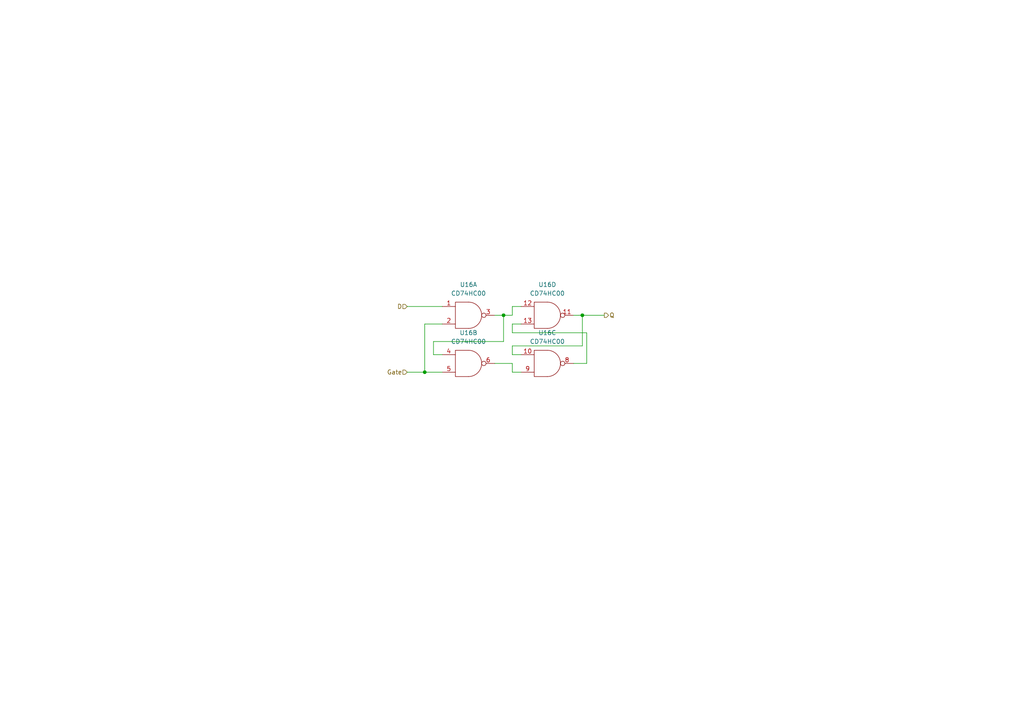
<source format=kicad_sch>
(kicad_sch (version 20211123) (generator eeschema)
  (paper "A4")
  (lib_symbols
    (symbol "CD74HCXX:CD74HC00" (pin_names (offset 0.762))
      (property "Reference" "U" (at -2.54 6.985 0))
      (property "Value" "CD74HC00" (at 1.27 5.08 0))
      (symbol "CD74HC00_0_0"
        (pin power_in line (at -2.54 2.54 0) (length 0) hide (name "VCC") (number "14"))
        (pin power_in line (at -2.54 -2.54 0) (length 0) hide (name "GND") (number "7"))
      )
      (symbol "CD74HC00_0_1"
        (arc (start 0 -3.81) (mid 3.81 0) (end 0 3.81))
        (polyline (pts (xy 0 3.81) (xy -3.81 3.81) (xy -3.81 -3.81) (xy 0 -3.81)))
      )
      (symbol "CD74HC00_0_2"
        (arc (start -4.445 -3.81) (mid -3.175 0) (end -4.445 3.81))
        (arc (start -3.175 -3.81) (mid 0.803 -2.7954) (end 3.81 0))
        (polyline (pts (xy -4.445 -3.81) (xy -3.175 -3.81)))
        (polyline (pts (xy -4.445 3.81) (xy -3.175 3.81)))
        (arc (start 3.81 0) (mid 0.8099 2.8117) (end -3.175 3.81))
      )
      (symbol "CD74HC00_1_1"
        (pin input line (at -7.62 2.54 0) (length 3.81) (name "~") (number "1"))
        (pin input line (at -7.62 -2.54 0) (length 3.81) (name "~") (number "2"))
        (pin output inverted (at 7.62 0 180) (length 3.81) (name "~") (number "3"))
      )
      (symbol "CD74HC00_1_2"
        (pin input inverted (at -7.62 2.54 0) (length 3.81) (name "~") (number "1"))
        (pin input inverted (at -7.62 -2.54 0) (length 3.81) (name "~") (number "2"))
        (pin output line (at 7.62 0 180) (length 3.81) (name "~") (number "3"))
      )
      (symbol "CD74HC00_2_1"
        (pin input line (at -7.62 2.54 0) (length 3.81) (name "~") (number "4"))
        (pin input line (at -7.62 -2.54 0) (length 3.81) (name "~") (number "5"))
        (pin output inverted (at 7.62 0 180) (length 3.81) (name "~") (number "6"))
      )
      (symbol "CD74HC00_2_2"
        (pin input inverted (at -7.62 2.54 0) (length 3.81) (name "~") (number "4"))
        (pin input inverted (at -7.62 -2.54 0) (length 3.81) (name "~") (number "5"))
        (pin output line (at 7.62 0 180) (length 3.81) (name "~") (number "6"))
      )
      (symbol "CD74HC00_3_1"
        (pin input line (at -7.62 -2.54 0) (length 3.81) (name "~") (number "10"))
        (pin output inverted (at 7.62 0 180) (length 3.81) (name "~") (number "8"))
        (pin input line (at -7.62 2.54 0) (length 3.81) (name "~") (number "9"))
      )
      (symbol "CD74HC00_3_2"
        (pin input inverted (at -7.62 -2.54 0) (length 3.81) (name "~") (number "10"))
        (pin output line (at 7.62 0 180) (length 3.81) (name "~") (number "8"))
        (pin input inverted (at -7.62 2.54 0) (length 3.81) (name "~") (number "9"))
      )
      (symbol "CD74HC00_4_1"
        (pin output inverted (at 7.62 0 180) (length 3.81) (name "~") (number "11"))
        (pin input line (at -7.62 2.54 0) (length 3.81) (name "~") (number "12"))
        (pin input line (at -7.62 -2.54 0) (length 3.81) (name "~") (number "13"))
      )
      (symbol "CD74HC00_4_2"
        (pin output line (at 7.62 0 180) (length 3.81) (name "~") (number "11"))
        (pin input inverted (at -7.62 2.54 0) (length 3.81) (name "~") (number "12"))
        (pin input inverted (at -7.62 -2.54 0) (length 3.81) (name "~") (number "13"))
      )
    )
  )
  (junction (at 146.05 91.44))
  (junction (at 168.91 91.44))
  (junction (at 123.19 107.95))
  (wire (pts (xy 123.19 93.98) (xy 123.19 107.95)))
  (wire (pts (xy 143.51 105.41) (xy 148.59 105.41)))
  (wire (pts (xy 148.59 96.52) (xy 170.18 96.52)))
  (wire (pts (xy 148.59 88.9) (xy 148.59 91.44)))
  (wire (pts (xy 125.73 99.06) (xy 146.05 99.06)))
  (wire (pts (xy 148.59 91.44) (xy 146.05 91.44)))
  (wire (pts (xy 170.18 105.41) (xy 166.37 105.41)))
  (wire (pts (xy 168.91 100.33) (xy 168.91 91.44)))
  (wire (pts (xy 168.91 91.44) (xy 175.26 91.44)))
  (wire (pts (xy 151.13 102.87) (xy 148.59 102.87)))
  (wire (pts (xy 125.73 102.87) (xy 125.73 99.06)))
  (wire (pts (xy 148.59 105.41) (xy 148.59 107.95)))
  (wire (pts (xy 148.59 93.98) (xy 148.59 96.52)))
  (wire (pts (xy 148.59 100.33) (xy 168.91 100.33)))
  (wire (pts (xy 146.05 91.44) (xy 146.05 99.06)))
  (wire (pts (xy 168.91 91.44) (xy 166.37 91.44)))
  (wire (pts (xy 118.11 88.9) (xy 128.27 88.9)))
  (wire (pts (xy 148.59 107.95) (xy 151.13 107.95)))
  (wire (pts (xy 151.13 88.9) (xy 148.59 88.9)))
  (wire (pts (xy 118.11 107.95) (xy 123.19 107.95)))
  (wire (pts (xy 128.27 102.87) (xy 125.73 102.87)))
  (wire (pts (xy 170.18 96.52) (xy 170.18 105.41)))
  (wire (pts (xy 148.59 102.87) (xy 148.59 100.33)))
  (wire (pts (xy 143.51 91.44) (xy 146.05 91.44)))
  (wire (pts (xy 151.13 93.98) (xy 148.59 93.98)))
  (wire (pts (xy 128.27 93.98) (xy 123.19 93.98)))
  (wire (pts (xy 123.19 107.95) (xy 128.27 107.95)))
  (hierarchical_label "Gate" (shape input) (at 118.11 107.95 180))
  (hierarchical_label "Q" (shape output) (at 175.26 91.44 0))
  (hierarchical_label "D" (shape input) (at 118.11 88.9 180))
  (symbol (lib_id "CD74HCXX:CD74HC00") (at 135.89 91.44 0) (unit 1)
    (property "Reference" "U16" (at 135.89 82.55 0))
    (property "Value" "CD74HC00" (at 135.89 85.09 0))
    (property "Footprint" "Package_DIP:DIP-14_W7.62mm" (effects hide))
  )
  (symbol (lib_id "CD74HCXX:CD74HC00") (at 135.89 105.41 0) (unit 2)
    (property "Reference" "U16" (at 135.89 96.52 0))
    (property "Value" "CD74HC00" (at 135.89 99.06 0))
    (property "Footprint" "Package_DIP:DIP-14_W7.62mm" (effects hide))
  )
  (symbol (lib_id "CD74HCXX:CD74HC00") (at 158.75 91.44 0) (unit 4)
    (property "Reference" "U16" (at 158.75 82.55 0))
    (property "Value" "CD74HC00" (at 158.75 85.09 0))
    (property "Footprint" "Package_DIP:DIP-14_W7.62mm" (effects hide))
  )
  (symbol (lib_id "CD74HCXX:CD74HC00") (at 158.75 105.41 0) (mirror x) (unit 3)
    (property "Reference" "U16" (at 158.75 96.52 0))
    (property "Value" "CD74HC00" (at 158.75 99.06 0))
    (property "Footprint" "Package_DIP:DIP-14_W7.62mm" (effects hide))
  )
)
</source>
